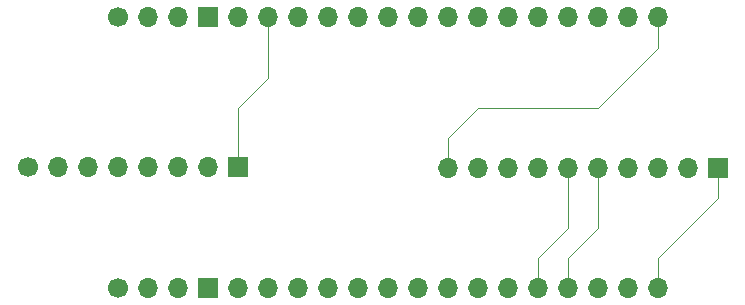
<source format=gbr>
%TF.GenerationSoftware,KiCad,Pcbnew,7.0.10*%
%TF.CreationDate,2024-01-04T23:10:01-05:00*%
%TF.ProjectId,ESP32,45535033-322e-46b6-9963-61645f706362,2*%
%TF.SameCoordinates,Original*%
%TF.FileFunction,Copper,L2,Bot*%
%TF.FilePolarity,Positive*%
%FSLAX46Y46*%
G04 Gerber Fmt 4.6, Leading zero omitted, Abs format (unit mm)*
G04 Created by KiCad (PCBNEW 7.0.10) date 2024-01-04 23:10:01*
%MOMM*%
%LPD*%
G01*
G04 APERTURE LIST*
%TA.AperFunction,ComponentPad*%
%ADD10C,1.700000*%
%TD*%
%TA.AperFunction,ComponentPad*%
%ADD11O,1.700000X1.700000*%
%TD*%
%TA.AperFunction,ComponentPad*%
%ADD12R,1.700000X1.700000*%
%TD*%
%TA.AperFunction,Conductor*%
%ADD13C,0.000000*%
%TD*%
G04 APERTURE END LIST*
D10*
%TO.P,Left,1*%
%TO.N,N/C*%
X116830000Y-101585000D03*
D11*
%TO.P,Left,2*%
X119370000Y-101585000D03*
%TO.P,Left,3*%
X121910000Y-101585000D03*
%TO.P,Left,4*%
X124450000Y-101585000D03*
%TO.P,Left,5*%
X126990000Y-101585000D03*
%TO.P,Left,6*%
X129530000Y-101585000D03*
%TO.P,Left,7*%
X132070000Y-101585000D03*
D12*
%TO.P,Left,8*%
X134610000Y-101585000D03*
%TD*%
%TO.P,FZ_R,19*%
%TO.N,N/C*%
X175250000Y-101610000D03*
D11*
%TO.P,FZ_R,18*%
X172710000Y-101610000D03*
%TO.P,FZ_R,16*%
X170170000Y-101610000D03*
%TO.P,FZ_R,15*%
X167630000Y-101610000D03*
%TO.P,FZ_R,14*%
X165090000Y-101610000D03*
%TO.P,FZ_R,13*%
X162550000Y-101610000D03*
%TO.P,FZ_R,12*%
X160010000Y-101610000D03*
%TO.P,FZ_R,11*%
X157470000Y-101610000D03*
%TO.P,FZ_R,10*%
X154930000Y-101610000D03*
%TO.P,FZ_R,9*%
X152390000Y-101610000D03*
%TD*%
%TO.P,Top,19*%
%TO.N,N/C*%
X170180000Y-88885000D03*
%TO.P,Top,18*%
X167640000Y-88885000D03*
%TO.P,Top,17*%
X165100000Y-88885000D03*
%TO.P,Top,16*%
X162560000Y-88885000D03*
%TO.P,Top,15*%
X160020000Y-88885000D03*
%TO.P,Top,14*%
X157480000Y-88885000D03*
%TO.P,Top,13*%
X154940000Y-88885000D03*
%TO.P,Top,12*%
X152400000Y-88885000D03*
%TO.P,Top,11*%
X149860000Y-88885000D03*
%TO.P,Top,10*%
X147320000Y-88885000D03*
%TO.P,Top,9*%
X144780000Y-88885000D03*
%TO.P,Top,8*%
X142240000Y-88885000D03*
%TO.P,Top,7*%
X139700000Y-88885000D03*
%TO.P,Top,6*%
X137160000Y-88885000D03*
%TO.P,Top,5*%
X134620000Y-88885000D03*
D12*
%TO.P,Top,4*%
X132080000Y-88885000D03*
D11*
%TO.P,Top,3*%
X129540000Y-88885000D03*
%TO.P,Top,2*%
X127000000Y-88885000D03*
D10*
%TO.P,Top,1*%
X124460000Y-88885000D03*
%TD*%
%TO.P,Bottom,1*%
%TO.N,N/C*%
X124450000Y-111770000D03*
D11*
%TO.P,Bottom,2*%
X126990000Y-111770000D03*
%TO.P,Bottom,3*%
X129530000Y-111770000D03*
D12*
%TO.P,Bottom,4*%
X132070000Y-111770000D03*
D11*
%TO.P,Bottom,5*%
X134610000Y-111770000D03*
%TO.P,Bottom,6*%
X137150000Y-111770000D03*
%TO.P,Bottom,7*%
X139690000Y-111770000D03*
%TO.P,Bottom,8*%
X142230000Y-111770000D03*
%TO.P,Bottom,9*%
X144770000Y-111770000D03*
%TO.P,Bottom,10*%
X147310000Y-111770000D03*
%TO.P,Bottom,11*%
X149850000Y-111770000D03*
%TO.P,Bottom,12*%
X152390000Y-111770000D03*
%TO.P,Bottom,13*%
X154930000Y-111770000D03*
%TO.P,Bottom,14*%
X157470000Y-111770000D03*
%TO.P,Bottom,15*%
X160010000Y-111770000D03*
%TO.P,Bottom,16*%
X162550000Y-111770000D03*
%TO.P,Bottom,17*%
X165090000Y-111770000D03*
%TO.P,Bottom,18*%
X167630000Y-111770000D03*
%TO.P,Bottom,19*%
X170170000Y-111770000D03*
%TD*%
D13*
%TO.N,*%
X134610000Y-96530000D02*
X134610000Y-101585000D01*
X137160000Y-93980000D02*
X134610000Y-96530000D01*
X137160000Y-88885000D02*
X137160000Y-93980000D01*
X160010000Y-109230000D02*
X160010000Y-111770000D01*
X162550000Y-106690000D02*
X160010000Y-109230000D01*
X162550000Y-101610000D02*
X162550000Y-106690000D01*
X162550000Y-109230000D02*
X162550000Y-111770000D01*
X165090000Y-106690000D02*
X162550000Y-109230000D01*
X165090000Y-101610000D02*
X165090000Y-106690000D01*
X170170000Y-109230000D02*
X170170000Y-111770000D01*
X175250000Y-104150000D02*
X170170000Y-109230000D01*
X175250000Y-101610000D02*
X175250000Y-104150000D01*
X165090000Y-96530000D02*
X154930000Y-96530000D01*
X170180000Y-91440000D02*
X165090000Y-96530000D01*
X170180000Y-88885000D02*
X170180000Y-91440000D01*
X154930000Y-96530000D02*
X152390000Y-99070000D01*
X152390000Y-99070000D02*
X152390000Y-101610000D01*
%TD*%
M02*

</source>
